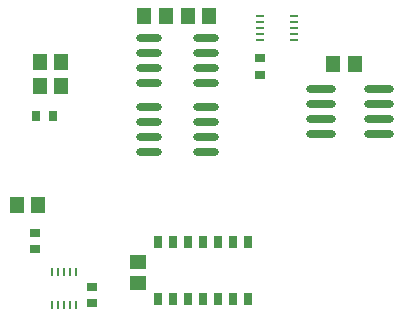
<source format=gbr>
G04 Layer_Color=128*
%FSLAX45Y45*%
%MOMM*%
%TF.FileFunction,Paste,Bot*%
%TF.Part,Single*%
G01*
G75*
%TA.AperFunction,SMDPad,CuDef*%
%ADD13R,1.40000X1.20000*%
%ADD14R,0.90000X0.80000*%
%ADD20O,2.20000X0.60000*%
%ADD21O,2.50000X0.70000*%
%ADD22R,1.20000X1.40000*%
%ADD23R,0.25000X0.67500*%
%ADD24R,0.67500X0.25000*%
%ADD25R,0.65000X1.00000*%
%ADD26R,0.80000X0.90000*%
D13*
X-1440180Y-77297D02*
D03*
Y102702D02*
D03*
D14*
X-1828800Y-247792D02*
D03*
Y-107793D02*
D03*
X-406400Y1828800D02*
D03*
Y1688800D02*
D03*
X-2311400Y209403D02*
D03*
Y349402D02*
D03*
D20*
X-1345997Y1612900D02*
D03*
Y1739900D02*
D03*
Y1866900D02*
D03*
Y1993900D02*
D03*
X-865998Y1612900D02*
D03*
Y1739900D02*
D03*
Y1866900D02*
D03*
Y1993900D02*
D03*
X-1345997Y1028700D02*
D03*
Y1155700D02*
D03*
Y1282700D02*
D03*
Y1409700D02*
D03*
X-865998Y1028700D02*
D03*
Y1155700D02*
D03*
Y1282700D02*
D03*
Y1409700D02*
D03*
D21*
X601401Y1562100D02*
D03*
Y1435100D02*
D03*
Y1308100D02*
D03*
Y1181100D02*
D03*
X111399Y1562100D02*
D03*
Y1435100D02*
D03*
Y1308100D02*
D03*
Y1181100D02*
D03*
D22*
X-2466000Y584200D02*
D03*
X-2286000D02*
D03*
X394802Y1778000D02*
D03*
X214803D02*
D03*
X-1018200Y2184400D02*
D03*
X-838200D02*
D03*
X-1205398D02*
D03*
X-1385397D02*
D03*
X-2088505Y1593997D02*
D03*
X-2268504D02*
D03*
X-2088505Y1797197D02*
D03*
X-2268504D02*
D03*
D23*
X-1964400Y21107D02*
D03*
X-2014403D02*
D03*
X-2164405D02*
D03*
X-2114403D02*
D03*
X-2064400D02*
D03*
X-2164405Y-266395D02*
D03*
X-1964400D02*
D03*
X-2014403D02*
D03*
X-2114403D02*
D03*
X-2064400D02*
D03*
D24*
X-406400Y2082795D02*
D03*
Y2132797D02*
D03*
Y2032798D02*
D03*
Y1982795D02*
D03*
Y2182800D02*
D03*
X-118897Y2082795D02*
D03*
Y2132797D02*
D03*
Y2182800D02*
D03*
Y2032798D02*
D03*
Y1982795D02*
D03*
D25*
X-1270000Y-215900D02*
D03*
X-1143000D02*
D03*
X-508000D02*
D03*
X-635000D02*
D03*
X-508000Y266700D02*
D03*
X-635000D02*
D03*
X-1270000D02*
D03*
X-1143000D02*
D03*
X-1016000Y-215900D02*
D03*
X-889000D02*
D03*
X-762000D02*
D03*
Y266700D02*
D03*
X-889000D02*
D03*
X-1016000D02*
D03*
D26*
X-2299305Y1339997D02*
D03*
X-2159300D02*
D03*
%TF.MD5,f33a96d440bb1bd0ba7dab3fb611b579*%
M02*

</source>
